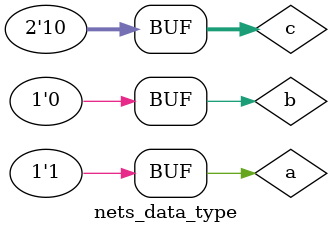
<source format=v>
module nets_data_type ;
  wire a, b ;
  reg [1:0] c ;
  
  initial begin
    #10 c = 2'b01;
    #10 c = 2'b10;
  end 
  
  assign {a,b} = c ;
    //default value Z

  always@* begin
    $display("a=%0b, b=%0b",a,b);
  end 
  
endmodule 

</source>
